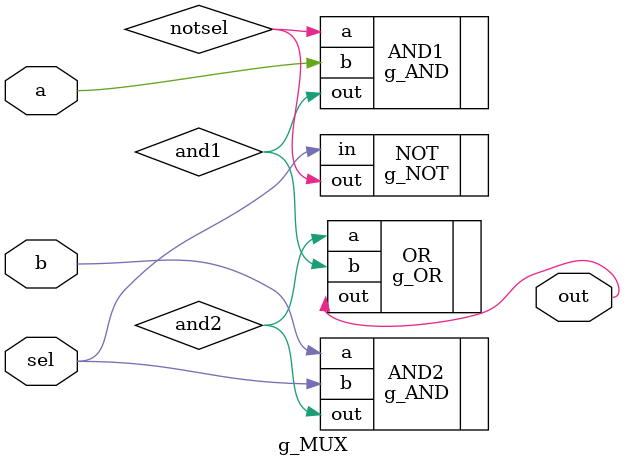
<source format=v>

module g_MUX
(
    input  a, b, sel,
    output out
);

wire notsel, and1, and2;

g_NOT NOT  ( .in(sel),             .out(notsel) );
g_AND AND1 ( .a(notsel), .b(a),    .out(and1)   );
g_AND AND2 ( .a(b),      .b(sel),  .out(and2)   );
g_OR  OR   ( .a(and2),   .b(and1), .out(out)    );

endmodule

</source>
